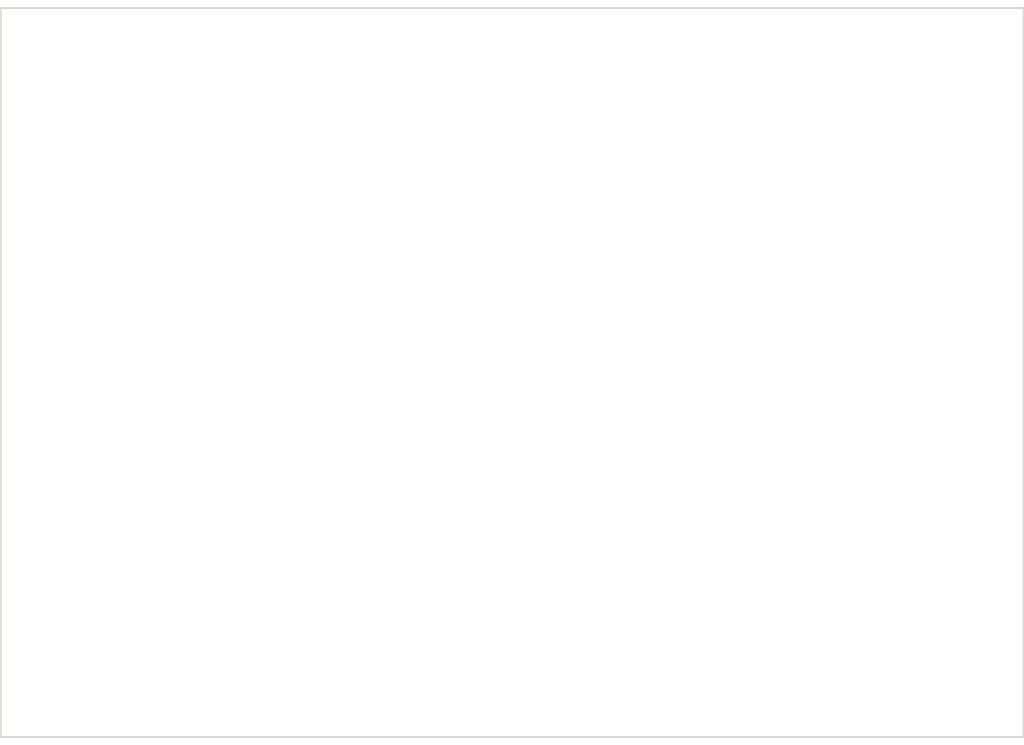
<source format=kicad_pcb>
(kicad_pcb (version 20211014) (generator pcbnew)
  (layers (0 "F.Cu" signal) (31 "B.Cu" signal) (34 "B.Paste" user) (35 "F.Paste" user) (36 "B.SilkS" user "B.Silkscreen") (37 "F.SilkS" user "F.Silkscreen") (38 "B.Mask" user) (39 "F.Mask" user) (44 "Edge.Cuts" user))
  (net 0 "")
  (footprint "MountingHole:MountingHole_3.2mm_M3" (layer "F.Cu") (at 53.22 3)
    (fp_text reference "REF**" hide)
    (fp_text value "MountingHole_3.2mm_M3" hide)
    (pad "" np_thru_hole oval locked (at 0 0) (size 7 3.2) (drill oval 7 3.2) (layers F&B.Cu *.Mask))
  )
  (footprint "MountingHole:MountingHole_3.2mm_M3" (layer "F.Cu") (at 7.5 40.2)
    (fp_text reference "REF**" hide)
    (fp_text value "MountingHole_3.2mm_M3" hide)
    (pad "" np_thru_hole oval locked (at 0 0) (size 7 3.2) (drill oval 7 3.2) (layers F&B.Cu *.Mask))
  )
  (footprint "MountingHole:MountingHole_3.2mm_M3" (layer "F.Cu") (at 7.5 3)
    (fp_text reference "REF**" hide)
    (fp_text value "MountingHole_3.2mm_M3" hide)
    (pad "" np_thru_hole oval locked (at 0 0) (size 7 3.2) (drill oval 7 3.2) (layers F&B.Cu *.Mask))
  )
  (footprint "MountingHole:MountingHole_3.2mm_M3" (layer "F.Cu") (at 53.22 40.2)
    (fp_text reference "REF**" hide)
    (fp_text value "MountingHole_3.2mm_M3" hide)
    (pad "" np_thru_hole oval locked (at 0 0) (size 7 3.2) (drill oval 7 3.2) (layers F&B.Cu *.Mask))
  )
  (gr_line (start 60.6 0) (end 60.6 43.2) (layer "Edge.Cuts") (width 0.1))
  (gr_line (start 0 43.2) (end 0 0) (layer "Edge.Cuts") (width 0.1))
  (gr_line (start 0 0) (end 60.6 0) (layer "Edge.Cuts") (width 0.1))
  (gr_line (start 60.6 43.2) (end 0 43.2) (layer "Edge.Cuts") (width 0.1))
)
</source>
